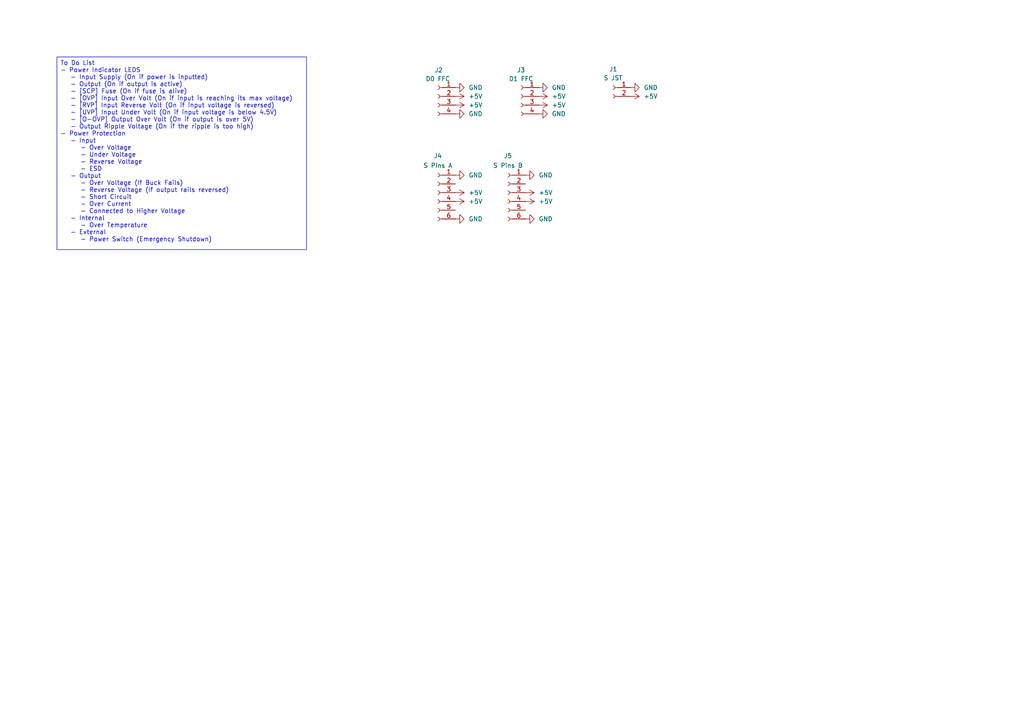
<source format=kicad_sch>
(kicad_sch (version 20250114) (generator "eeschema") (generator_version "9.0")
  (paper "A4")
  (lib_symbols
    (symbol "Connector:Conn_01x02_Socket" (pin_names (offset 1.016) (hide yes))
      (property "Reference" "J" (at 0 2.54 0))
      (property "Value" "Conn_01x02_Socket" (at 0 -5.08 0))
      (symbol "Conn_01x02_Socket_1_1"
        (polyline (pts (xy -1.27 0) (xy -0.508 0)) (stroke (width 0.1524)))
        (polyline (pts (xy -1.27 -2.54) (xy -0.508 -2.54)) (stroke (width 0.1524)))
        (arc (start 0 -0.508) (mid -0.5058 0) (end 0 0.508) (stroke (width 0.1524)))
        (arc (start 0 -3.048) (mid -0.5058 -2.54) (end 0 -2.032) (stroke (width 0.1524)))
        (pin passive line (at -5.08 0 0) (length 3.81) (name "Pin_1") (number "1"))
        (pin passive line (at -5.08 -2.54 0) (length 3.81) (name "Pin_2") (number "2"))
      )
    )
    (symbol "Connector:Conn_01x04_Socket" (pin_names (offset 1.016) (hide yes))
      (property "Reference" "J" (at 0 5.08 0))
      (property "Value" "Conn_01x04_Socket" (at 0 -7.62 0))
      (symbol "Conn_01x04_Socket_1_1"
        (polyline (pts (xy -1.27 2.54) (xy -0.508 2.54)) (stroke (width 0.1524)))
        (polyline (pts (xy -1.27 0) (xy -0.508 0)) (stroke (width 0.1524)))
        (polyline (pts (xy -1.27 -2.54) (xy -0.508 -2.54)) (stroke (width 0.1524)))
        (polyline (pts (xy -1.27 -5.08) (xy -0.508 -5.08)) (stroke (width 0.1524)))
        (arc (start 0 2.032) (mid -0.5058 2.54) (end 0 3.048) (stroke (width 0.1524)))
        (arc (start 0 -0.508) (mid -0.5058 0) (end 0 0.508) (stroke (width 0.1524)))
        (arc (start 0 -3.048) (mid -0.5058 -2.54) (end 0 -2.032) (stroke (width 0.1524)))
        (arc (start 0 -5.588) (mid -0.5058 -5.08) (end 0 -4.572) (stroke (width 0.1524)))
        (pin passive line (at -5.08 2.54 0) (length 3.81) (name "Pin_1") (number "1"))
        (pin passive line (at -5.08 0 0) (length 3.81) (name "Pin_2") (number "2"))
        (pin passive line (at -5.08 -2.54 0) (length 3.81) (name "Pin_3") (number "3"))
        (pin passive line (at -5.08 -5.08 0) (length 3.81) (name "Pin_4") (number "4"))
      )
    )
    (symbol "Connector:Conn_01x06_Socket" (pin_names (offset 1.016) (hide yes))
      (property "Reference" "J" (at 0 7.62 0))
      (property "Value" "Conn_01x06_Socket" (at 0 -10.16 0))
      (symbol "Conn_01x06_Socket_1_1"
        (polyline (pts (xy -1.27 5.08) (xy -0.508 5.08)) (stroke (width 0.1524)))
        (polyline (pts (xy -1.27 2.54) (xy -0.508 2.54)) (stroke (width 0.1524)))
        (polyline (pts (xy -1.27 0) (xy -0.508 0)) (stroke (width 0.1524)))
        (polyline (pts (xy -1.27 -2.54) (xy -0.508 -2.54)) (stroke (width 0.1524)))
        (polyline (pts (xy -1.27 -5.08) (xy -0.508 -5.08)) (stroke (width 0.1524)))
        (polyline (pts (xy -1.27 -7.62) (xy -0.508 -7.62)) (stroke (width 0.1524)))
        (arc (start 0 4.572) (mid -0.5058 5.08) (end 0 5.588) (stroke (width 0.1524)))
        (arc (start 0 2.032) (mid -0.5058 2.54) (end 0 3.048) (stroke (width 0.1524)))
        (arc (start 0 -0.508) (mid -0.5058 0) (end 0 0.508) (stroke (width 0.1524)))
        (arc (start 0 -3.048) (mid -0.5058 -2.54) (end 0 -2.032) (stroke (width 0.1524)))
        (arc (start 0 -5.588) (mid -0.5058 -5.08) (end 0 -4.572) (stroke (width 0.1524)))
        (arc (start 0 -8.128) (mid -0.5058 -7.62) (end 0 -7.112) (stroke (width 0.1524)))
        (pin passive line (at -5.08 5.08 0) (length 3.81) (name "Pin_1") (number "1"))
        (pin passive line (at -5.08 2.54 0) (length 3.81) (name "Pin_2") (number "2"))
        (pin passive line (at -5.08 0 0) (length 3.81) (name "Pin_3") (number "3"))
        (pin passive line (at -5.08 -2.54 0) (length 3.81) (name "Pin_4") (number "4"))
        (pin passive line (at -5.08 -5.08 0) (length 3.81) (name "Pin_5") (number "5"))
        (pin passive line (at -5.08 -7.62 0) (length 3.81) (name "Pin_6") (number "6"))
      )
    )
    (symbol "power:+5V" (power) (pin_numbers (hide yes)) (pin_names (offset 0) (hide yes))
      (property "Value" "+5V" (at 0 3.556 0))
      (symbol "+5V_0_1"
        (polyline (pts (xy -0.762 1.27) (xy 0 2.54)))
        (polyline (pts (xy 0 2.54) (xy 0.762 1.27)))
        (polyline (pts (xy 0 0) (xy 0 2.54)))
      )
      (symbol "+5V_1_1"
        (pin power_in line (at 0 0 90) (length 0) (name "~") (number "1"))
      )
    )
    (symbol "power:GND" (power) (pin_numbers (hide yes)) (pin_names (offset 0) (hide yes))
      (property "Value" "GND" (at 0 -3.81 0))
      (symbol "GND_0_1"
        (polyline (pts (xy 0 0) (xy 0 -1.27) (xy 1.27 -1.27) (xy 0 -2.54) (xy -1.27 -1.27) (xy 0 -1.27)))
      )
      (symbol "GND_1_1"
        (pin power_in line (at 0 0 270) (length 0) (name "~") (number "1"))
      )
    )
  )
  (text_box "To Do List\n- Power Indicator LEDS\n   - Input Supply (On if power is inputted)\n   - Output (On if output is active)\n   - [SCP] Fuse (On if fuse is alive)\n   - [OVP] Input Over Volt (On if input is reaching its max voltage)\n   - [RVP] Input Reverse Volt (On if input voltage is reversed)\n   - [UVP] Input Under Volt (On if input voltage is below 4.5V)\n   - [O-OVP] Output Over Volt (On if output is over 5V)\n   - Output Ripple Voltage (On if the ripple is too high)\n- Power Protection\n   - Input\n      - Over Voltage\n      - Under Voltage\n      - Reverse Voltage\n      - ESD\n   - Output\n      - Over Voltage (If Buck Fails)\n      - Reverse Voltage (If output rails reversed)\n      - Short Circuit\n      - Over Current\n      - Connected to Higher Voltage\n   - Internal\n      - Over Temperature\n   - External\n      - Power Switch (Emergency Shutdown)" (at 16.51 16.51 0) (size 72.39 55.88) (margins 0.9525 0.9525 0.9525 0.9525) (effects (font (size 1.27 1.27)) (justify left top)))
  (symbol (lib_id "power:+5V") (at 132.08 30.48 270) (unit 1)
    (property "Reference" "#PWR025" (effects (hide yes)))
    (property "Value" "+5V" (at 135.89 30.4799 90) (effects (justify left)))
    (property "Description" "Power symbol creates a global label with name \"+5V\"" (effects (hide yes)))
  )
  (symbol (lib_id "power:+5V") (at 132.08 58.42 270) (unit 1)
    (property "Reference" "#PWR033" (effects (hide yes)))
    (property "Value" "+5V" (at 135.89 58.4199 90) (effects (justify left)))
    (property "Description" "Power symbol creates a global label with name \"+5V\"" (effects (hide yes)))
  )
  (symbol (lib_id "power:GND") (at 132.08 33.02 90) (unit 1)
    (property "Reference" "#PWR026" (effects (hide yes)))
    (property "Value" "GND" (at 135.89 33.0199 90) (effects (justify right)))
    (property "Description" "Power symbol creates a global label with name \"GND\" , ground" (effects (hide yes)))
  )
  (symbol (lib_id "power:GND") (at 132.08 63.5 90) (unit 1)
    (property "Reference" "#PWR034" (effects (hide yes)))
    (property "Value" "GND" (at 135.89 63.4999 90) (effects (justify right)))
    (property "Description" "Power symbol creates a global label with name \"GND\" , ground" (effects (hide yes)))
  )
  (symbol (lib_id "Connector:Conn_01x04_Socket") (at 127 27.94 0) (mirror y) (unit 1)
    (property "Reference" "J2" (at 127.254 20.32 0))
    (property "Value" "D0 FFC" (at 127 22.86 0))
    (property "Footprint" "Connector_JST:JST_XH_B4B-XH-A_1x04_P2.50mm_Vertical" (effects (hide yes)))
    (property "Description" "Generic connector, single row, 01x04, script generated" (effects (hide yes)))
  )
  (symbol (lib_id "power:+5V") (at 182.88 27.94 270) (unit 1)
    (property "Reference" "#PWR01" (effects (hide yes)))
    (property "Value" "+5V" (at 186.69 27.9399 90) (effects (justify left)))
    (property "Description" "Power symbol creates a global label with name \"+5V\"" (effects (hide yes)))
  )
  (symbol (lib_id "power:+5V") (at 152.4 55.88 270) (unit 1)
    (property "Reference" "#PWR037" (effects (hide yes)))
    (property "Value" "+5V" (at 156.21 55.8799 90) (effects (justify left)))
    (property "Description" "Power symbol creates a global label with name \"+5V\"" (effects (hide yes)))
  )
  (symbol (lib_id "power:GND") (at 132.08 25.4 90) (unit 1)
    (property "Reference" "#PWR023" (effects (hide yes)))
    (property "Value" "GND" (at 135.89 25.3999 90) (effects (justify right)))
    (property "Description" "Power symbol creates a global label with name \"GND\" , ground" (effects (hide yes)))
  )
  (symbol (lib_id "power:GND") (at 152.4 50.8 90) (unit 1)
    (property "Reference" "#PWR035" (effects (hide yes)))
    (property "Value" "GND" (at 156.21 50.7999 90) (effects (justify right)))
    (property "Description" "Power symbol creates a global label with name \"GND\" , ground" (effects (hide yes)))
  )
  (symbol (lib_id "power:+5V") (at 132.08 27.94 270) (unit 1)
    (property "Reference" "#PWR024" (effects (hide yes)))
    (property "Value" "+5V" (at 135.89 27.9399 90) (effects (justify left)))
    (property "Description" "Power symbol creates a global label with name \"+5V\"" (effects (hide yes)))
  )
  (symbol (lib_id "power:+5V") (at 132.08 55.88 270) (unit 1)
    (property "Reference" "#PWR032" (effects (hide yes)))
    (property "Value" "+5V" (at 135.89 55.8799 90) (effects (justify left)))
    (property "Description" "Power symbol creates a global label with name \"+5V\"" (effects (hide yes)))
  )
  (symbol (lib_id "power:+5V") (at 156.21 27.94 270) (unit 1)
    (property "Reference" "#PWR028" (effects (hide yes)))
    (property "Value" "+5V" (at 160.02 27.9399 90) (effects (justify left)))
    (property "Description" "Power symbol creates a global label with name \"+5V\"" (effects (hide yes)))
  )
  (symbol (lib_id "power:GND") (at 182.88 25.4 90) (unit 1)
    (property "Reference" "#PWR02" (effects (hide yes)))
    (property "Value" "GND" (at 186.69 25.3999 90) (effects (justify right)))
    (property "Description" "Power symbol creates a global label with name \"GND\" , ground" (effects (hide yes)))
  )
  (symbol (lib_id "power:GND") (at 156.21 25.4 90) (unit 1)
    (property "Reference" "#PWR027" (effects (hide yes)))
    (property "Value" "GND" (at 160.02 25.3999 90) (effects (justify right)))
    (property "Description" "Power symbol creates a global label with name \"GND\" , ground" (effects (hide yes)))
  )
  (symbol (lib_id "Connector:Conn_01x06_Socket") (at 147.32 55.88 0) (mirror y) (unit 1)
    (property "Reference" "J5" (at 147.32 45.212 0))
    (property "Value" "S Pins B" (at 147.32 48.006 0))
    (property "Footprint" "Connector_PinHeader_2.54mm:PinHeader_1x06_P2.54mm_Vertical" (effects (hide yes)))
    (property "Description" "Generic connector, single row, 01x06, script generated" (effects (hide yes)))
  )
  (symbol (lib_id "power:GND") (at 152.4 63.5 90) (unit 1)
    (property "Reference" "#PWR040" (effects (hide yes)))
    (property "Value" "GND" (at 156.21 63.4999 90) (effects (justify right)))
    (property "Description" "Power symbol creates a global label with name \"GND\" , ground" (effects (hide yes)))
  )
  (symbol (lib_id "Connector:Conn_01x02_Socket") (at 177.8 25.4 0) (mirror y) (unit 1)
    (property "Reference" "J1" (at 179.07 20.066 0) (effects (justify left)))
    (property "Value" "S JST" (at 180.594 22.606 0) (effects (justify left)))
    (property "Footprint" "Connector_AMASS:AMASS_XT30PW-M_1x02_P2.50mm_Horizontal" (effects (hide yes)))
    (property "Description" "Generic connector, single row, 01x02, script generated" (effects (hide yes)))
  )
  (symbol (lib_id "Connector:Conn_01x04_Socket") (at 151.13 27.94 0) (mirror y) (unit 1)
    (property "Reference" "J3" (at 151.13 20.32 0))
    (property "Value" "D1 FFC" (at 151.13 22.86 0))
    (property "Footprint" "Connector_JST:JST_XH_B4B-XH-A_1x04_P2.50mm_Vertical" (effects (hide yes)))
    (property "Description" "Generic connector, single row, 01x04, script generated" (effects (hide yes)))
  )
  (symbol (lib_id "Connector:Conn_01x06_Socket") (at 127 55.88 0) (mirror y) (unit 1)
    (property "Reference" "J4" (at 127 45.212 0))
    (property "Value" "S Pins A" (at 127 48.006 0))
    (property "Footprint" "Connector_PinHeader_2.54mm:PinHeader_1x06_P2.54mm_Vertical" (effects (hide yes)))
    (property "Description" "Generic connector, single row, 01x06, script generated" (effects (hide yes)))
  )
  (symbol (lib_id "power:+5V") (at 152.4 58.42 270) (unit 1)
    (property "Reference" "#PWR038" (effects (hide yes)))
    (property "Value" "+5V" (at 156.21 58.4199 90) (effects (justify left)))
    (property "Description" "Power symbol creates a global label with name \"+5V\"" (effects (hide yes)))
  )
  (symbol (lib_id "power:GND") (at 156.21 33.02 90) (unit 1)
    (property "Reference" "#PWR030" (effects (hide yes)))
    (property "Value" "GND" (at 160.02 33.0199 90) (effects (justify right)))
    (property "Description" "Power symbol creates a global label with name \"GND\" , ground" (effects (hide yes)))
  )
  (symbol (lib_id "power:+5V") (at 156.21 30.48 270) (unit 1)
    (property "Reference" "#PWR029" (effects (hide yes)))
    (property "Value" "+5V" (at 160.02 30.4799 90) (effects (justify left)))
    (property "Description" "Power symbol creates a global label with name \"+5V\"" (effects (hide yes)))
  )
  (symbol (lib_id "power:GND") (at 132.08 50.8 90) (unit 1)
    (property "Reference" "#PWR031" (effects (hide yes)))
    (property "Value" "GND" (at 135.89 50.7999 90) (effects (justify right)))
    (property "Description" "Power symbol creates a global label with name \"GND\" , ground" (effects (hide yes)))
  )
)
</source>
